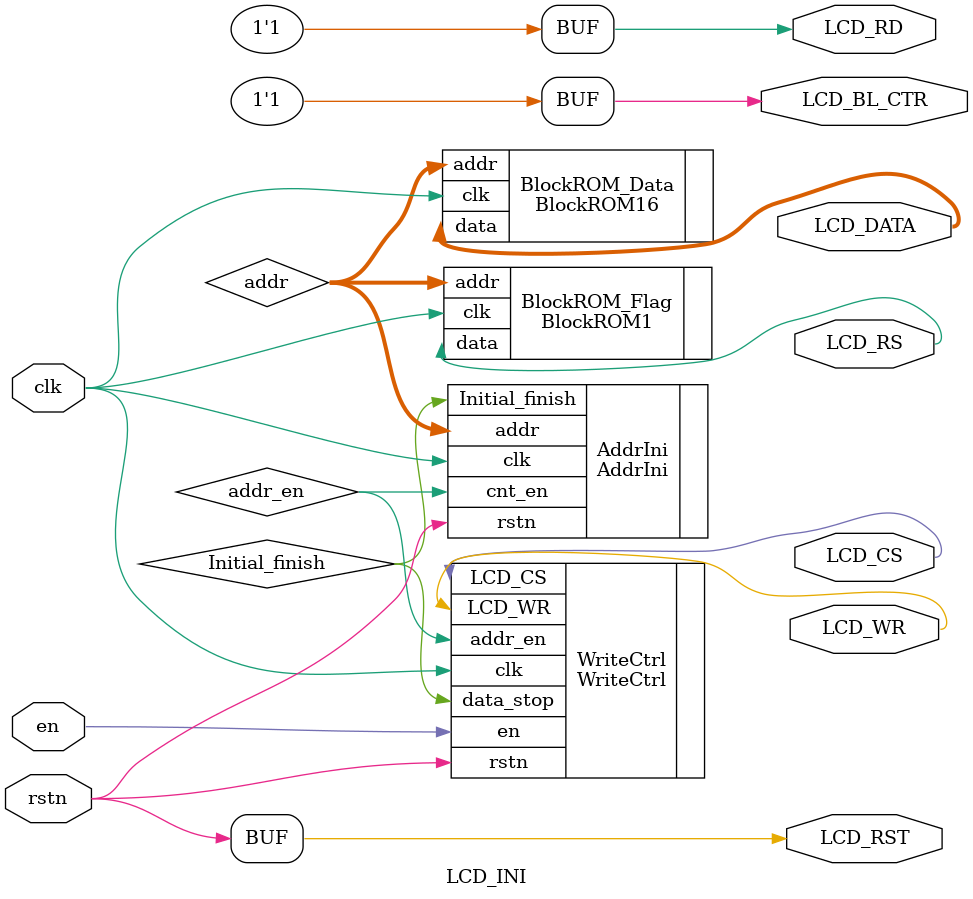
<source format=v>
module LCD_INI(
    input              clk,
    input              rstn,
    input              en,
    output             LCD_CS,
    output             LCD_RST,
    output             LCD_RS,
    output             LCD_WR,
    output             LCD_RD,
    output    [15:0]   LCD_DATA,
    output             LCD_BL_CTR
);

localparam  ADDR_WIDTH = 17;

assign LCD_RST    = rstn;
assign LCD_RD     = 1'b1;
assign LCD_BL_CTR = 1'b1;


wire Initial_finish; 
wire addr_en;
WriteCtrl WriteCtrl(
     .clk               (clk)
    ,.rstn              (rstn)
    ,.en                (en)
    ,.data_stop         (Initial_finish)
    ,.addr_en           (addr_en)
    ,.LCD_CS            (LCD_CS)
    ,.LCD_WR            (LCD_WR)
);

/*****************************************/
//addr
/*****************************************/
wire [ADDR_WIDTH-1:0] addr;
AddrIni # (
     .ADDR_WIDTH  (ADDR_WIDTH)
)     AddrIni (
     .clk             (clk)
    ,.rstn            (rstn)
    ,.cnt_en          (addr_en)
    ,.Initial_finish  (Initial_finish)
    ,.addr            (addr)
);


/*****************************************/
//BROM
/*****************************************/
BlockROM16 # (
     .ADDR_WIDTH  (ADDR_WIDTH) 
    ,.DATA_WIDTH  (16)
)     BlockROM_Data (
     .clk         (clk)
    ,.addr        (addr)
    ,.data        (LCD_DATA)
);

BlockROM1 # (
     .ADDR_WIDTH  (ADDR_WIDTH)
    ,.DATA_WIDTH  (1)
)     BlockROM_Flag (
     .clk         (clk)
    ,.addr        (addr)
    ,.data        (LCD_RS)// rs = 0 -> Command Addr
);

endmodule

</source>
